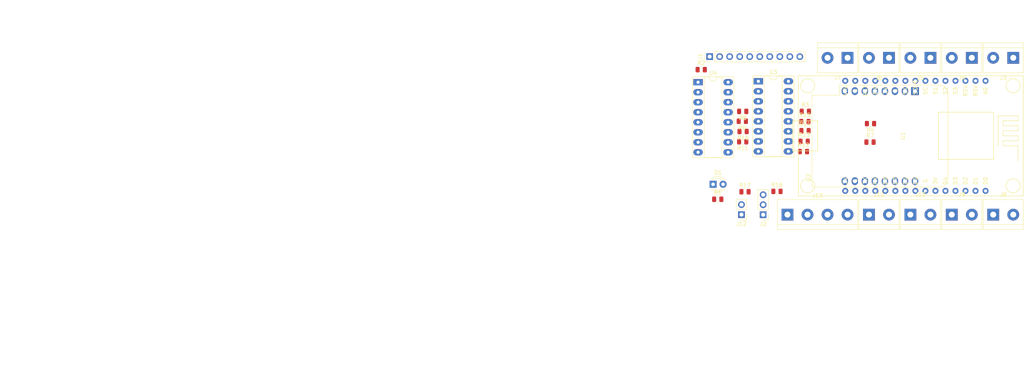
<source format=kicad_pcb>
(kicad_pcb (version 20211014) (generator pcbnew)
  (title_block (title "Light Remote Controller") (rev "v0.1") (company "by Luís Pereira"))
  (layers (0 "F.Cu" signal) (31 "B.Cu" signal) (34 "B.Paste" user) (35 "F.Paste" user) (36 "B.SilkS" user "B.Silkscreen") (37 "F.SilkS" user "F.Silkscreen") (38 "B.Mask" user) (39 "F.Mask" user) (44 "Edge.Cuts" user))
  (net 0 "")
  (net 1 "/BTN_0")
  (net 2 "GND")
  (net 3 "/BTN_1")
  (net 4 "/BTN_2")
  (net 5 "/BTN_3")
  (net 6 "/BTN_4")
  (net 7 "/BTN_5")
  (net 8 "/BTN_6")
  (net 9 "/BTN_7")
  (net 10 "/POWER_SAVING")
  (net 11 "/+3V3")
  (net 12 "Net-(R2-Pad1)")
  (net 13 "/I2C_SCL")
  (net 14 "/I2C_SDA")
  (net 15 "/BTN_INT")
  (net 16 "Net-(D1-Pad2)")
  (net 17 "/OUT_0")
  (net 18 "/OUT_1")
  (net 19 "/OUT_2")
  (net 20 "/OUT_3")
  (net 21 "/OUT_4")
  (net 22 "/OUT_5")
  (net 23 "/OUT_6")
  (net 24 "/OUT_7")
  (net 56 "/BTN_WIFI")
  (footprint "Connector_PinHeader_2.54mm:PinHeader_1x03_P2.54mm_Vertical" (layer "F.Cu") (at 193.4 83.74 180)
    (fp_text reference "J2" (at 0 -2.33) (layer "F.SilkS"))
    (fp_text value "Conn_01x03_Female" hide)
    (fp_line (start -1.33 1.27) (end -1.33 6.41) (layer "F.SilkS") (width 0.12))
    (fp_line (start -1.33 6.41) (end 1.33 6.41) (layer "F.SilkS") (width 0.12))
    (fp_line (start -1.33 1.27) (end 1.33 1.27) (layer "F.SilkS") (width 0.12))
    (fp_line (start -1.33 0) (end -1.33 -1.33) (layer "F.SilkS") (width 0.12))
    (fp_line (start -1.33 -1.33) (end 0 -1.33) (layer "F.SilkS") (width 0.12))
    (fp_line (start 1.33 1.27) (end 1.33 6.41) (layer "F.SilkS") (width 0.12))
    (pad "1" thru_hole rect (at 0 0 180) (size 1.7 1.7) (drill 1) (layers *.Cu *.Mask))
    (pad "2" thru_hole oval (at 0 2.54 180) (size 1.7 1.7) (drill 1) (layers *.Cu *.Mask) (net 10 "/POWER_SAVING"))
    (pad "3" thru_hole oval (at 0 5.08 180) (size 1.7 1.7) (drill 1) (layers *.Cu *.Mask) (net 2 "GND"))
  )
  (footprint "Resistor_SMD:R_0805_2012Metric" (layer "F.Cu") (at 188.1125 60 180)
    (fp_text reference "R9" (at 0 -1.65) (layer "F.SilkS"))
    (fp_text value "100K")
    (fp_line (start -0.227064 0.735) (end 0.227064 0.735) (layer "F.SilkS") (width 0.12))
    (fp_line (start -0.227064 -0.735) (end 0.227064 -0.735) (layer "F.SilkS") (width 0.12))
    (pad "1" smd roundrect (at -0.9125 0 180) (size 1.025 1.4) (layers "F.Cu" "F.Paste" "F.Mask") (roundrect_rratio 0.243902) (net 3 "/BTN_1"))
    (pad "2" smd roundrect (at 0.9125 0 180) (size 1.025 1.4) (layers "F.Cu" "F.Paste" "F.Mask") (roundrect_rratio 0.243902) (net 11 "/+3V3"))
  )
  (footprint "TerminalBlock:TerminalBlock_bornier-2_P5.08mm" (layer "F.Cu") (at 256.8 43.9 180)
    (fp_text reference "J3" (at 2.54 -5.08) (layer "F.SilkS"))
    (fp_text value "Screw_Terminal_01x02" hide)
    (fp_line (start -2.54 3.81) (end 7.62 3.81) (layer "F.SilkS") (width 0.12))
    (fp_line (start 7.62 2.54) (end -2.54 2.54) (layer "F.SilkS") (width 0.12))
    (fp_line (start 7.62 3.81) (end 7.62 -3.81) (layer "F.SilkS") (width 0.12))
    (fp_line (start -2.54 -3.81) (end -2.54 3.81) (layer "F.SilkS") (width 0.12))
    (fp_line (start 7.62 -3.81) (end -2.54 -3.81) (layer "F.SilkS") (width 0.12))
    (pad "1" thru_hole rect (at 0 0 180) (size 3 3) (drill 1.52) (layers *.Cu *.Mask) (net 1 "/BTN_0"))
    (pad "2" thru_hole circle (at 5.08 0 180) (size 3 3) (drill 1.52) (layers *.Cu *.Mask) (net 2 "GND"))
  )
  (footprint "Module:WEMOS_D1_mini_light" (layer "F.Cu") (at 231.89 52.355 -90)
    (fp_text reference "U2" (at 22 27 90) (layer "F.SilkS"))
    (fp_text value "WeMos_D1_mini")
    (fp_line (start 22.24 -8.34) (end 0.63 -8.34) (layer "F.SilkS") (width 0.12))
    (fp_line (start 1.04 19.22) (end 1.04 26.12) (layer "F.SilkS") (width 0.12))
    (fp_line (start -1.5 19.22) (end 1.04 19.22) (layer "F.SilkS") (width 0.12))
    (fp_line (start 1.04 26.12) (end 24.36 26.12) (layer "F.SilkS") (width 0.12))
    (fp_line (start -1.5 19.22) (end -1.5 -6.21) (layer "F.SilkS") (width 0.12))
    (fp_line (start 24.36 26.12) (end 24.36 -6.21) (layer "F.SilkS") (width 0.12))
    (fp_arc (start -1.5 -6.21) (mid -0.876137 -7.716137) (end 0.63 -8.34) (layer "F.SilkS") (width 0.12))
    (fp_arc (start 22.23 -8.34) (mid 23.736137 -7.716137) (end 24.36 -6.21) (layer "F.SilkS") (width 0.12))
    (fp_poly (pts (xy -2.54 -0.635) (xy -2.54 0.635) (xy -1.905 0)) (layer "F.SilkS") (width 0.15) (fill solid))
    (pad "1" thru_hole rect (at 0 0 270) (size 2 2) (drill 1) (layers *.Cu *.Mask))
    (pad "2" thru_hole oval (at 0 2.54 270) (size 2 1.6) (drill 1) (layers *.Cu *.Mask))
    (pad "3" thru_hole oval (at 0 5.08 270) (size 2 1.6) (drill 1) (layers *.Cu *.Mask))
    (pad "4" thru_hole oval (at 0 7.62 270) (size 2 1.6) (drill 1) (layers *.Cu *.Mask) (net 15 "/BTN_INT"))
    (pad "5" thru_hole oval (at 0 10.16 270) (size 2 1.6) (drill 1) (layers *.Cu *.Mask) (net 56 "/BTN_WIFI"))
    (pad "6" thru_hole oval (at 0 12.7 270) (size 2 1.6) (drill 1) (layers *.Cu *.Mask) (net 10 "/POWER_SAVING"))
    (pad "7" thru_hole oval (at 0 15.24 270) (size 2 1.6) (drill 1) (layers *.Cu *.Mask))
    (pad "8" thru_hole oval (at 0 17.78 270) (size 2 1.6) (drill 1) (layers *.Cu *.Mask) (net 11 "/+3V3"))
    (pad "9" thru_hole oval (at 22.86 17.78 270) (size 2 1.6) (drill 1) (layers *.Cu *.Mask))
    (pad "10" thru_hole oval (at 22.86 15.24 270) (size 2 1.6) (drill 1) (layers *.Cu *.Mask) (net 2 "GND"))
    (pad "11" thru_hole oval (at 22.86 12.7 270) (size 2 1.6) (drill 1) (layers *.Cu *.Mask))
    (pad "12" thru_hole oval (at 22.86 10.16 270) (size 2 1.6) (drill 1) (layers *.Cu *.Mask))
    (pad "13" thru_hole oval (at 22.86 7.62 270) (size 2 1.6) (drill 1) (layers *.Cu *.Mask) (net 14 "/I2C_SDA"))
    (pad "14" thru_hole oval (at 22.86 5.08 270) (size 2 1.6) (drill 1) (layers *.Cu *.Mask) (net 13 "/I2C_SCL"))
    (pad "15" thru_hole oval (at 22.86 2.54 270) (size 2 1.6) (drill 1) (layers *.Cu *.Mask))
    (pad "16" thru_hole oval (at 22.86 0 270) (size 2 1.6) (drill 1) (layers *.Cu *.Mask))
  )
  (footprint "Resistor_SMD:R_0805_2012Metric" (layer "F.Cu") (at 204.0125 62.4)
    (fp_text reference "R14" (at 0 -1.65) (layer "F.SilkS"))
    (fp_text value "100K")
    (fp_line (start -0.227064 0.735) (end 0.227064 0.735) (layer "F.SilkS") (width 0.12))
    (fp_line (start -0.227064 -0.735) (end 0.227064 -0.735) (layer "F.SilkS") (width 0.12))
    (pad "1" smd roundrect (at -0.9125 0) (size 1.025 1.4) (layers "F.Cu" "F.Paste" "F.Mask") (roundrect_rratio 0.243902) (net 8 "/BTN_6"))
    (pad "2" smd roundrect (at 0.9125 0) (size 1.025 1.4) (layers "F.Cu" "F.Paste" "F.Mask") (roundrect_rratio 0.243902) (net 11 "/+3V3"))
  )
  (footprint "Resistor_SMD:R_0805_2012Metric" (layer "F.Cu") (at 220.4875 65.3)
    (fp_text reference "R7" (at 0 -1.65) (layer "F.SilkS"))
    (fp_text value "10K")
    (fp_line (start -0.227064 -0.735) (end 0.227064 -0.735) (layer "F.SilkS") (width 0.12))
    (fp_line (start -0.227064 0.735) (end 0.227064 0.735) (layer "F.SilkS") (width 0.12))
    (pad "1" smd roundrect (at -0.9125 0) (size 1.025 1.4) (layers "F.Cu" "F.Paste" "F.Mask") (roundrect_rratio 0.243902) (net 14 "/I2C_SDA"))
    (pad "2" smd roundrect (at 0.9125 0) (size 1.025 1.4) (layers "F.Cu" "F.Paste" "F.Mask") (roundrect_rratio 0.243902) (net 11 "/+3V3"))
  )
  (footprint "Resistor_SMD:R_0805_2012Metric" (layer "F.Cu") (at 203.9875 60.1)
    (fp_text reference "R15" (at 0 -1.65) (layer "F.SilkS"))
    (fp_text value "100K")
    (fp_line (start -0.227064 0.735) (end 0.227064 0.735) (layer "F.SilkS") (width 0.12))
    (fp_line (start -0.227064 -0.735) (end 0.227064 -0.735) (layer "F.SilkS") (width 0.12))
    (pad "1" smd roundrect (at -0.9125 0) (size 1.025 1.4) (layers "F.Cu" "F.Paste" "F.Mask") (roundrect_rratio 0.243902) (net 9 "/BTN_7"))
    (pad "2" smd roundrect (at 0.9125 0) (size 1.025 1.4) (layers "F.Cu" "F.Paste" "F.Mask") (roundrect_rratio 0.243902) (net 11 "/+3V3"))
  )
  (footprint "LED_THT:LED_D3.0mm" (layer "F.Cu") (at 180.7 76)
    (fp_text reference "D1" (at 1.27 -2.96) (layer "F.SilkS"))
    (fp_text value "LED" hide)
    (fp_line (start -0.29 -1.236) (end -0.29 -1.08) (layer "F.SilkS") (width 0.12))
    (fp_line (start -0.29 1.08) (end -0.29 1.236) (layer "F.SilkS") (width 0.12))
    (fp_arc (start 2.31113 1.079837) (mid 1.270117 1.5) (end 0.229039 1.08) (layer "F.SilkS") (width 0.12))
    (fp_arc (start -0.29 -1.235516) (mid 1.366487 -1.987659) (end 2.942335 -1.078608) (layer "F.SilkS") (width 0.12))
    (fp_arc (start 0.229039 -1.08) (mid 1.270117 -1.5) (end 2.31113 -1.079837) (layer "F.SilkS") (width 0.12))
    (fp_arc (start 2.942335 1.078608) (mid 1.366487 1.987659) (end -0.29 1.235516) (layer "F.SilkS") (width 0.12))
    (pad "1" thru_hole rect (at 0 0) (size 1.8 1.8) (drill 0.9) (layers *.Cu *.Mask) (net 2 "GND"))
    (pad "2" thru_hole circle (at 2.54 0) (size 1.8 1.8) (drill 0.9) (layers *.Cu *.Mask) (net 16 "Net-(D1-Pad2)"))
  )
  (footprint "TerminalBlock:TerminalBlock_bornier-2_P5.08mm" (layer "F.Cu") (at 214.8 43.9 180)
    (fp_text reference "J7" (at 2.54 -5.08) (layer "F.SilkS"))
    (fp_text value "Screw_Terminal_01x02" hide)
    (fp_line (start 7.62 3.81) (end 7.62 -3.81) (layer "F.SilkS") (width 0.12))
    (fp_line (start -2.54 3.81) (end 7.62 3.81) (layer "F.SilkS") (width 0.12))
    (fp_line (start -2.54 -3.81) (end -2.54 3.81) (layer "F.SilkS") (width 0.12))
    (fp_line (start 7.62 -3.81) (end -2.54 -3.81) (layer "F.SilkS") (width 0.12))
    (fp_line (start 7.62 2.54) (end -2.54 2.54) (layer "F.SilkS") (width 0.12))
    (pad "1" thru_hole rect (at 0 0 180) (size 3 3) (drill 1.52) (layers *.Cu *.Mask) (net 6 "/BTN_4"))
    (pad "2" thru_hole circle (at 5.08 0 180) (size 3 3) (drill 1.52) (layers *.Cu *.Mask) (net 2 "GND"))
  )
  (footprint "Resistor_SMD:R_0805_2012Metric" (layer "F.Cu") (at 181.8875 79.8)
    (fp_text reference "R1" (at 0 -1.65) (layer "F.SilkS"))
    (fp_text value "10K")
    (fp_line (start -0.227064 0.735) (end 0.227064 0.735) (layer "F.SilkS") (width 0.12))
    (fp_line (start -0.227064 -0.735) (end 0.227064 -0.735) (layer "F.SilkS") (width 0.12))
    (pad "1" smd roundrect (at -0.9125 0) (size 1.025 1.4) (layers "F.Cu" "F.Paste" "F.Mask") (roundrect_rratio 0.243902) (net 11 "/+3V3"))
    (pad "2" smd roundrect (at 0.9125 0) (size 1.025 1.4) (layers "F.Cu" "F.Paste" "F.Mask") (roundrect_rratio 0.243902) (net 16 "Net-(D1-Pad2)"))
  )
  (footprint "Package_DIP:DIP-16_W7.62mm_Socket_LongPads" (layer "F.Cu") (at 176.9 50.1)
    (fp_text reference "U4" (at 3.81 -2.33) (layer "F.SilkS"))
    (fp_text value "PCF8574")
    (fp_line (start -1.44 -1.39) (end -1.44 19.17) (layer "F.SilkS") (width 0.12))
    (fp_line (start -1.44 19.17) (end 9.06 19.17) (layer "F.SilkS") (width 0.12))
    (fp_line (start 1.56 19.11) (end 6.06 19.11) (layer "F.SilkS") (width 0.12))
    (fp_line (start 1.56 -1.33) (end 1.56 19.11) (layer "F.SilkS") (width 0.12))
    (fp_line (start 6.06 -1.33) (end 4.81 -1.33) (layer "F.SilkS") (width 0.12))
    (fp_line (start 2.81 -1.33) (end 1.56 -1.33) (layer "F.SilkS") (width 0.12))
    (fp_line (start 9.06 -1.39) (end -1.44 -1.39) (layer "F.SilkS") (width 0.12))
    (fp_line (start 6.06 19.11) (end 6.06 -1.33) (layer "F.SilkS") (width 0.12))
    (fp_line (start 9.06 19.17) (end 9.06 -1.39) (layer "F.SilkS") (width 0.12))
    (fp_arc (start 4.81 -1.33) (mid 3.81 -0.33) (end 2.81 -1.33) (layer "F.SilkS") (width 0.12))
    (pad "1" thru_hole rect (at 0 0) (size 2.4 1.6) (drill 0.8) (layers *.Cu *.Mask) (net 12 "Net-(R2-Pad1)"))
    (pad "2" thru_hole oval (at 0 2.54) (size 2.4 1.6) (drill 0.8) (layers *.Cu *.Mask) (net 2 "GND"))
    (pad "3" thru_hole oval (at 0 5.08) (size 2.4 1.6) (drill 0.8) (layers *.Cu *.Mask) (net 2 "GND"))
    (pad "4" thru_hole oval (at 0 7.62) (size 2.4 1.6) (drill 0.8) (layers *.Cu *.Mask) (net 17 "/OUT_0"))
    (pad "5" thru_hole oval (at 0 10.16) (size 2.4 1.6) (drill 0.8) (layers *.Cu *.Mask) (net 18 "/OUT_1"))
    (pad "6" thru_hole oval (at 0 12.7) (size 2.4 1.6) (drill 0.8) (layers *.Cu *.Mask) (net 19 "/OUT_2"))
    (pad "7" thru_hole oval (at 0 15.24) (size 2.4 1.6) (drill 0.8) (layers *.Cu *.Mask) (net 20 "/OUT_3"))
    (pad "8" thru_hole oval (at 0 17.78) (size 2.4 1.6) (drill 0.8) (layers *.Cu *.Mask) (net 2 "GND"))
    (pad "9" thru_hole oval (at 7.62 17.78) (size 2.4 1.6) (drill 0.8) (layers *.Cu *.Mask) (net 21 "/OUT_4"))
    (pad "10" thru_hole oval (at 7.62 15.24) (size 2.4 1.6) (drill 0.8) (layers *.Cu *.Mask) (net 22 "/OUT_5"))
    (pad "11" thru_hole oval (at 7.62 12.7) (size 2.4 1.6) (drill 0.8) (layers *.Cu *.Mask) (net 23 "/OUT_6"))
    (pad "12" thru_hole oval (at 7.62 10.16) (size 2.4 1.6) (drill 0.8) (layers *.Cu *.Mask) (net 24 "/OUT_7"))
    (pad "13" thru_hole oval (at 7.62 7.62) (size 2.4 1.6) (drill 0.8) (layers *.Cu *.Mask))
    (pad "14" thru_hole oval (at 7.62 5.08) (size 2.4 1.6) (drill 0.8) (layers *.Cu *.Mask) (net 13 "/I2C_SCL"))
    (pad "15" thru_hole oval (at 7.62 2.54) (size 2.4 1.6) (drill 0.8) (layers *.Cu *.Mask) (net 14 "/I2C_SDA"))
    (pad "16" thru_hole oval (at 7.62 0) (size 2.4 1.6) (drill 0.8) (layers *.Cu *.Mask) (net 11 "/+3V3"))
  )
  (footprint "TerminalBlock:TerminalBlock_bornier-2_P5.08mm" (layer "F.Cu") (at 241.22 83.7)
    (fp_text reference "J9" (at 2.54 -5.08) (layer "F.SilkS"))
    (fp_text value "Screw_Terminal_01x02" hide)
    (fp_line (start 7.62 -3.81) (end -2.54 -3.81) (layer "F.SilkS") (width 0.12))
    (fp_line (start 7.62 3.81) (end 7.62 -3.81) (layer "F.SilkS") (width 0.12))
    (fp_line (start -2.54 3.81) (end 7.62 3.81) (layer "F.SilkS") (width 0.12))
    (fp_line (start -2.54 -3.81) (end -2.54 3.81) (layer "F.SilkS") (width 0.12))
    (fp_line (start 7.62 2.54) (end -2.54 2.54) (layer "F.SilkS") (width 0.12))
    (pad "1" thru_hole rect (at 0 0) (size 3 3) (drill 1.52) (layers *.Cu *.Mask) (net 8 "/BTN_6"))
    (pad "2" thru_hole circle (at 5.08 0) (size 3 3) (drill 1.52) (layers *.Cu *.Mask) (net 2 "GND"))
  )
  (footprint "Resistor_SMD:R_0805_2012Metric" (layer "F.Cu") (at 188.2125 57.5 180)
    (fp_text reference "R8" (at 0 -1.65) (layer "F.SilkS"))
    (fp_text value "100K")
    (fp_line (start -0.227064 -0.735) (end 0.227064 -0.735) (layer "F.SilkS") (width 0.12))
    (fp_line (start -0.227064 0.735) (end 0.227064 0.735) (layer "F.SilkS") (width 0.12))
    (pad "1" smd roundrect (at -0.9125 0 180) (size 1.025 1.4) (layers "F.Cu" "F.Paste" "F.Mask") (roundrect_rratio 0.243902) (net 1 "/BTN_0"))
    (pad "2" smd roundrect (at 0.9125 0 180) (size 1.025 1.4) (layers "F.Cu" "F.Paste" "F.Mask") (roundrect_rratio 0.243902) (net 11 "/+3V3"))
  )
  (footprint "LCP_Footprints:NodeMCU1.0_12-E" (layer "F.Cu") (at 249.775 49.73 -90)
    (fp_text reference "U1" (at 13.97 20.955 90) (layer "F.SilkS"))
    (fp_text value "NodeMCU_ESP12E")
    (fp_text user "D2" (at 25.4 5.08 90) (layer "F.SilkS"))
    (fp_text user "S1" (at 2.54 12.7 90) (layer "F.SilkS"))
    (fp_text user "3V" (at 25.4 35.56 90) (layer "F.SilkS"))
    (fp_text user "D0" (at 25.4 0 90) (layer "F.SilkS"))
    (fp_text user "3V" (at 25.4 12.7 90) (layer "F.SilkS"))
    (fp_text user "G" (at 2.54 22.86 90) (layer "F.SilkS"))
    (fp_text user "S3" (at 2.54 7.62 90) (layer "F.SilkS"))
    (fp_text user "D1" (at 25.4 2.54 90) (layer "F.SilkS"))
    (fp_text user "RSV" (at 2.54 5.08 90) (layer "F.SilkS"))
    (fp_text user "G" (at 25.4 33.02 90) (layer "F.SilkS"))
    (fp_text user "D4" (at 25.4 10.16 90) (layer "F.SilkS"))
    (fp_text user "G" (at 25.4 15.24 90) (layer "F.SilkS"))
    (fp_text user "D8" (at 25.4 25.4 90) (layer "F.SilkS"))
    (fp_text user "RX" (at 25.4 27.94 90) (layer "F.SilkS"))
    (fp_text user "SC" (at 2.54 15.24 90) (layer "F.SilkS"))
    (fp_text user "D6" (at 25.4 20.32 90) (layer "F.SilkS"))
    (fp_text user "EN" (at 2.54 27.94 90) (layer "F.SilkS"))
    (fp_text user "RSV" (at 2.54 2.54 90) (layer "F.SilkS"))
    (fp_text user "G" (at 2.54 33.02 90) (layer "F.SilkS"))
    (fp_text user "TX" (at 25.4 30.48 90) (layer "F.SilkS"))
    (fp_text user "D7" (at 25.4 22.86 90) (layer "F.SilkS"))
    (fp_text user "A0" (at 2.54 0 90) (layer "F.SilkS"))
    (fp_text user "VIN" (at 2.54 35.56 90) (layer "F.SilkS"))
    (fp_text user "SK" (at 2.54 20.32 90) (layer "F.SilkS"))
    (fp_text user "S2" (at 2.54 10.16 90) (layer "F.SilkS"))
    (fp_text user "RST" (at 2.54 30.48 90) (layer "F.SilkS"))
    (fp_text user "D5" (at 25.4 17.78 90) (layer "F.SilkS"))
    (fp_text user "3V" (at 2.54 25.4 90) (layer "F.SilkS"))
    (fp_text user "SO" (at 2.54 17.78 90) (layer "F.SilkS"))
    (fp_text user "D3" (at 25.4 7.62 90) (layer "F.SilkS"))
    (fp_line (start 11.43 -4.445) (end 11.43 -8.255) (layer "F.SilkS") (width 0.15))
    (fp_line (start 7.97 -2.045) (end 19.97 -2.045) (layer "F.SilkS") (width 0.15))
    (fp_line (start 10.16 42.545) (end 10.16 48.895) (layer "F.SilkS") (width 0.15))
    (fp_line (start 8.89 -8.255) (end 10.16 -8.255) (layer "F.SilkS") (width 0.15))
    (fp_line (start 8.89 -3.175) (end 8.89 -8.255) (layer "F.SilkS") (width 0.15))
    (fp_line (start 13.97 -4.445) (end 13.97 -8.255) (layer "F.SilkS") (width 0.15))
    (fp_line (start 17.78 42.545) (end 10.16 42.545) (layer "F.SilkS") (width 0.15))
    (fp_line (start 16.51 -8.255) (end 20.32 -8.255) (layer "F.SilkS") (width 0.15))
    (fp_line (start 16.51 -3.175) (end 8.89 -3.175) (layer "F.SilkS") (width 0.15))
    (fp_line (start 7.97 11.955) (end 7.97 -2.045) (layer "F.SilkS") (width 0.15))
    (fp_line (start 17.78 48.895) (end 17.78 42.545) (layer "F.SilkS") (width 0.15))
    (fp_line (start 15.24 -8.255) (end 15.24 -4.445) (layer "F.SilkS") (width 0.15))
    (fp_line (start 19.97 11.955) (end 7.97 11.955) (layer "F.SilkS") (width 0.15))
    (fp_line (start 10.16 48.895) (end 17.78 48.895) (layer "F.SilkS") (width 0.15))
    (fp_line (start -0.78 -9.545) (end -1.28 -9.545) (layer "F.SilkS") (width 0.15))
    (fp_line (start 12.7 -4.445) (end 13.97 -4.445) (layer "F.SilkS") (width 0.15))
    (fp_line (start -1.28 47.455) (end 29.22 47.455) (layer "F.SilkS") (width 0.15))
    (fp_line (start -1.28 -9.545) (end -1.28 47.455) (layer "F.SilkS") (width 0.15))
    (fp_line (start 16.51 -4.445) (end 16.51 -8.255) (layer "F.SilkS") (width 0.15))
    (fp_line (start 10.16 -8.255) (end 10.16 -4.445) (layer "F.SilkS") (width 0.15))
    (fp_line (start 29.22 -9.545) (end -0.78 -9.545) (layer "F.SilkS") (width 0.15))
    (fp_line (start 10.16 -4.445) (end 11.43 -4.445) (layer "F.SilkS") (width 0.15))
    (fp_line (start 29.22 47.455) (end 29.22 -9.545) (layer "F.SilkS") (width 0.15))
    (fp_line (start 15.24 -4.445) (end 16.51 -4.445) (layer "F.SilkS") (width 0.15))
    (fp_line (start 12.7 -8.255) (end 12.7 -4.445) (layer "F.SilkS") (width 0.15))
    (fp_line (start 13.97 -8.255) (end 15.24 -8.255) (layer "F.SilkS") (width 0.15))
    (fp_line (start 11.43 -8.255) (end 12.7 -8.255) (layer "F.SilkS") (width 0.15))
    (fp_line (start 19.97 -2.045) (end 19.97 11.955) (layer "F.SilkS") (width 0.15))
    (fp_circle (center 1.27 -6.985) (end 2.54 -8.255) (layer "F.SilkS") (width 0.15) (fill none))
    (fp_circle (center 1.27 45.085) (end 2.54 43.815) (layer "F.SilkS") (width 0.15) (fill none))
    (fp_circle (center 26.67 -6.985) (end 27.94 -8.255) (layer "F.SilkS") (width 0.15) (fill none))
    (fp_circle (center 26.67 45.085) (end 27.94 43.815) (layer "F.SilkS") (width 0.15) (fill none))
    (pad "1" thru_hole circle locked (at 0 0 270) (size 1.524 1.524) (drill 0.762) (layers *.Cu *.Mask))
    (pad "2" thru_hole circle locked (at 0 2.54 270) (size 1.524 1.524) (drill 0.762) (layers *.Cu *.Mask))
    (pad "3" thru_hole circle locked (at 0 5.08 270) (size 1.524 1.524) (drill 0.762) (layers *.Cu *.Mask))
    (pad "4" thru_hole circle locked (at 0 7.62 270) (size 1.524 1.524) (drill 0.762) (layers *.Cu *.Mask))
    (pad "5" thru_hole circle locked (at 0 10.16 270) (size 1.524 1.524) (drill 0.762) (layers *.Cu *.Mask))
    (pad "6" thru_hole circle locked (at 0 12.7 270) (size 1.524 1.524) (drill 0.762) (layers *.Cu *.Mask))
    (pad "7" thru_hole circle locked (at 0 15.24 270) (size 1.524 1.524) (drill 0.762) (layers *.Cu *.Mask))
    (pad "8" thru_hole circle locked (at 0 17.78 270) (size 1.524 1.524) (drill 0.762) (layers *.Cu *.Mask))
    (pad "9" thru_hole circle locked (at 0 20.32 270) (size 1.524 1.524) (drill 0.762) (layers *.Cu *.Mask))
    (pad "10" thru_hole circle locked (at 0 22.86 270) (size 1.524 1.524) (drill 0.762) (layers *.Cu *.Mask) (net 2 "GND"))
    (pad "11" thru_hole circle locked (at 0 25.4 270) (size 1.524 1.524) (drill 0.762) (layers *.Cu *.Mask) (net 11 "/+3V3"))
    (pad "12" thru_hole circle locked (at 0 27.94 270) (size 1.524 1.524) (drill 0.762) (layers *.Cu *.Mask))
    (pad "13" thru_hole circle locked (at 0 30.48 270) (size 1.524 1.524) (drill 0.762) (layers *.Cu *.Mask))
    (pad "14" thru_hole circle locked (at 0 33.02 270) (size 1.524 1.524) (drill 0.762) (layers *.Cu *.Mask) (net 2 "GND"))
    (pad "15" thru_hole circle locked (at 0 35.56 270) (size 1.524 1.524) (drill 0.762) (layers *.Cu *.Mask))
    (pad "16" thru_hole circle locked (at 27.94 35.56 270) (size 1.524 1.524) (drill 0.762) (layers *.Cu *.Mask))
    (pad "17" thru_hole circle locked (at 27.94 33.02 270) (size 1.524 1.524) (drill 0.762) (layers *.Cu *.Mask) (net 2 "GND"))
    (pad "18" thru_hole circle locked (at 27.94 30.48 270) (size 1.524 1.524) (drill 0.762) (layers *.Cu *.Mask))
    (pad "19" thru_hole circle locked (at 27.94 27.94 270) (size 1.524 1.524) (drill 0.762) (layers *.Cu *.Mask))
    (pad "20" thru_hole circle locked (at 27.94 25.4 270) (size 1.524 1.524) (drill 0.762) (layers *.Cu *.Mask))
    (pad "21" thru_hole circle locked (at 27.94 22.86 270) (size 1.524 1.524) (drill 0.762) (layers *.Cu *.Mask) (net 10 "/POWER_SAVING"))
    (pad "22" thru_hole circle locked (at 27.94 20.32 270) (size 1.524 1.524) (drill 0.762) (layers *.Cu *.Mask) (net 56 "/BTN_WIFI"))
    (pad "23" thru_hole circle locked (at 27.94 17.78 270) (size 1.524 1.524) (drill 0.762) (layers *.Cu *.Mask) (net 15 "/BTN_INT"))
    (pad "24" thru_hole circle locked (at 27.94 15.24 270) (size 1.524 1.524) (drill 0.762) (layers *.Cu *.Mask) (net 2 "GND"))
    (pad "25" thru_hole circle locked (at 27.94 12.7 270) (size 1.524 1.524) (drill 0.762) (layers *.Cu *.Mask))
    (pad "26" thru_hole circle locked (at 27.94 10.16 270) (size 1.524 1.524) (drill 0.762) (layers *.Cu *.Mask))
    (pad "27" thru_hole circle locked (at 27.94 7.62 270) (size 1.524 1.524) (drill 0.762) (layers *.Cu *.Mask))
    (pad "28" thru_hole circle locked (at 27.94 5.08 270) (size 1.524 1.524) (drill 0.762) (layers *.Cu *.Mask) (net 14 "/I2C_SDA"))
    (pad "29" thru_hole circle locked (at 27.94 2.54 270) (size 1.524 1.524) (drill 0.762) (layers *.Cu *.Mask) (net 13 "/I2C_SCL"))
    (pad "30" thru_hole circle locked (at 27.94 0 270) (size 1.524 1.524) (drill 0.762) (layers *.Cu *.Mask))
  )
  (footprint "Resistor_SMD:R_0805_2012Metric" (layer "F.Cu") (at 196.9 77.8)
    (fp_text reference "R16" (at 0 -1.65) (layer "F.SilkS"))
    (fp_text value "10K")
    (fp_line (start -0.227064 0.735) (end 0.227064 0.735) (layer "F.SilkS") (width 0.12))
    (fp_line (start -0.227064 -0.735) (end 0.227064 -0.735) (layer "F.SilkS") (width 0.12))
    (pad "1" smd roundrect (at -0.9125 0) (size 1.025 1.4) (layers "F.Cu" "F.Paste" "F.Mask") (roundrect_rratio 0.243902) (net 10 "/POWER_SAVING"))
    (pad "2" smd roundrect (at 0.9125 0) (size 1.025 1.4) (layers "F.Cu" "F.Paste" "F.Mask") (roundrect_rratio 0.243902) (net 11 "/+3V3"))
  )
  (footprint "Resistor_SMD:R_0805_2012Metric" (layer "F.Cu") (at 203.7875 65.1)
    (fp_text reference "R13" (at 0 -1.65) (layer "F.SilkS"))
    (fp_text value "100K")
    (fp_line (start -0.227064 -0.735) (end 0.227064 -0.735) (layer "F.SilkS") (width 0.12))
    (fp_line (start -0.227064 0.735) (end 0.227064 0.735) (layer "F.SilkS") (width 0.12))
    (pad "1" smd roundrect (at -0.9125 0) (size 1.025 1.4) (layers "F.Cu" "F.Paste" "F.Mask") (roundrect_rratio 0.243902) (net 7 "/BTN_5"))
    (pad "2" smd roundrect (at 0.9125 0) (size 1.025 1.4) (layers "F.Cu" "F.Paste" "F.Mask") (roundrect_rratio 0.243902) (net 11 "/+3V3"))
  )
  (footprint "TerminalBlock:TerminalBlock_bornier-2_P5.08mm" (layer "F.Cu") (at 225.3 43.9 180)
    (fp_text reference "J6" (at 2.54 -5.08) (layer "F.SilkS"))
    (fp_text value "Screw_Terminal_01x02" hide)
    (fp_line (start 7.62 3.81) (end 7.62 -3.81) (layer "F.SilkS") (width 0.12))
    (fp_line (start 7.62 -3.81) (end -2.54 -3.81) (layer "F.SilkS") (width 0.12))
    (fp_line (start -2.54 3.81) (end 7.62 3.81) (layer "F.SilkS") (width 0.12))
    (fp_line (start 7.62 2.54) (end -2.54 2.54) (layer "F.SilkS") (width 0.12))
    (fp_line (start -2.54 -3.81) (end -2.54 3.81) (layer "F.SilkS") (width 0.12))
    (pad "1" thru_hole rect (at 0 0 180) (size 3 3) (drill 1.52) (layers *.Cu *.Mask) (net 5 "/BTN_3"))
    (pad "2" thru_hole circle (at 5.08 0 180) (size 3 3) (drill 1.52) (layers *.Cu *.Mask) (net 2 "GND"))
  )
  (footprint "Resistor_SMD:R_0805_2012Metric" (layer "F.Cu") (at 220.6125 60.6 180)
    (fp_text reference "R4" (at 0 -1.65) (layer "F.SilkS"))
    (fp_text value "10K")
    (fp_line (start -0.227064 -0.735) (end 0.227064 -0.735) (layer "F.SilkS") (width 0.12))
    (fp_line (start -0.227064 0.735) (end 0.227064 0.735) (layer "F.SilkS") (width 0.12))
    (pad "1" smd roundrect (at -0.9125 0 180) (size 1.025 1.4) (layers "F.Cu" "F.Paste" "F.Mask") (roundrect_rratio 0.243902) (net 13 "/I2C_SCL"))
    (pad "2" smd roundrect (at 0.9125 0 180) (size 1.025 1.4) (layers "F.Cu" "F.Paste" "F.Mask") (roundrect_rratio 0.243902) (net 11 "/+3V3"))
  )
  (footprint "TerminalBlock:TerminalBlock_bornier-2_P5.08mm" (layer "F.Cu") (at 220.22 83.7)
    (fp_text reference "J11" (at 2.54 -5.08) (layer "F.SilkS"))
    (fp_text value "Screw_Terminal_01x02" hide)
    (fp_line (start -2.54 -3.81) (end -2.54 3.81) (layer "F.SilkS") (width 0.12))
    (fp_line (start 7.62 2.54) (end -2.54 2.54) (layer "F.SilkS") (width 0.12))
    (fp_line (start 7.62 3.81) (end 7.62 -3.81) (layer "F.SilkS") (width 0.12))
    (fp_line (start 7.62 -3.81) (end -2.54 -3.81) (layer "F.SilkS") (width 0.12))
    (fp_line (start -2.54 3.81) (end 7.62 3.81) (layer "F.SilkS") (width 0.12))
    (pad "1" thru_hole rect (at 0 0) (size 3 3) (drill 1.52) (layers *.Cu *.Mask) (net 10 "/POWER_SAVING"))
    (pad "2" thru_hole circle (at 5.08 0) (size 3 3) (drill 1.52) (layers *.Cu *.Mask) (net 2 "GND"))
  )
  (footprint "TerminalBlock:TerminalBlock_bornier-2_P5.08mm" (layer "F.Cu") (at 235.8 43.9 180)
    (fp_text reference "J5" (at 2.54 -5.08) (layer "F.SilkS"))
    (fp_text value "Screw_Terminal_01x02" hide)
    (fp_line (start 7.62 -3.81) (end -2.54 -3.81) (layer "F.SilkS") (width 0.12))
    (fp_line (start 7.62 3.81) (end 7.62 -3.81) (layer "F.SilkS") (width 0.12))
    (fp_line (start -2.54 3.81) (end 7.62 3.81) (layer "F.SilkS") (width 0.12))
    (fp_line (start -2.54 -3.81) (end -2.54 3.81) (layer "F.SilkS") (width 0.12))
    (fp_line (start 7.62 2.54) (end -2.54 2.54) (layer "F.SilkS") (width 0.12))
    (pad "1" thru_hole rect (at 0 0 180) (size 3 3) (drill 1.52) (layers *.Cu *.Mask) (net 4 "/BTN_2"))
    (pad "2" thru_hole circle (at 5.08 0 180) (size 3 3) (drill 1.52) (layers *.Cu *.Mask) (net 2 "GND"))
  )
  (footprint "Connector_PinHeader_2.54mm:PinHeader_1x02_P2.54mm_Vertical" (layer "F.Cu") (at 187.9 83.7 180)
    (fp_text reference "J12" (at 0 -2.33) (layer "F.SilkS"))
    (fp_text value "Conn_01x02_Female" hide)
    (fp_line (start -1.33 0) (end -1.33 -1.33) (layer "F.SilkS") (width 0.12))
    (fp_line (start -1.33 3.87) (end 1.33 3.87) (layer "F.SilkS") (width 0.12))
    (fp_line (start 1.33 1.27) (end 1.33 3.87) (layer "F.SilkS") (width 0.12))
    (fp_line (start -1.33 1.27) (end -1.33 3.87) (layer "F.SilkS") (width 0.12))
    (fp_line (start -1.33 -1.33) (end 0 -1.33) (layer "F.SilkS") (width 0.12))
    (fp_line (start -1.33 1.27) (end 1.33 1.27) (layer "F.SilkS") (width 0.12))
    (pad "1" thru_hole rect (at 0 0 180) (size 1.7 1.7) (drill 1) (layers *.Cu *.Mask) (net 56 "/BTN_WIFI"))
    (pad "2" thru_hole oval (at 0 2.54 180) (size 1.7 1.7) (drill 1) (layers *.Cu *.Mask) (net 2 "GND"))
  )
  (footprint "Connector_PinHeader_2.54mm:PinHeader_1x10_P2.54mm_Vertical" (layer "F.Cu") (at 179.84 43.6 90)
    (fp_text reference "J1" (at 0 -2.33 90) (layer "F.SilkS"))
    (fp_text value "Conn_01x10_Female" hide)
    (fp_line (start -1.33 1.27) (end -1.33 24.19) (layer "F.SilkS") (width 0.12))
    (fp_line (start -1.33 24.19) (end 1.33 24.19) (layer "F.SilkS") (width 0.12))
    (fp_line (start 1.33 1.27) (end 1.33 24.19) (layer "F.SilkS") (width 0.12))
    (fp_line (start -1.33 1.27) (end 1.33 1.27) (layer "F.SilkS") (width 0.12))
    (fp_line (start -1.33 0) (end -1.33 -1.33) (layer "F.SilkS") (width 0.12))
    (fp_line (start -1.33 -1.33) (end 0 -1.33) (layer "F.SilkS") (width 0.12))
    (pad "1" thru_hole rect (at 0 0 90) (size 1.7 1.7) (drill 1) (layers *.Cu *.Mask) (net 11 "/+3V3"))
    (pad "2" thru_hole oval (at 0 2.54 90) (size 1.7 1.7) (drill 1) (layers *.Cu *.Mask) (net 2 "GND"))
    (pad "3" thru_hole oval (at 0 5.08 90) (size 1.7 1.7) (drill 1) (layers *.Cu *.Mask) (net 17 "/OUT_0"))
    (pad "4" thru_hole oval (at 0 7.62 90) (size 1.7 1.7) (drill 1) (layers *.Cu *.Mask) (net 18 "/OUT_1"))
    (pad "5" thru_hole oval (at 0 10.16 90) (size 1.7 1.7) (drill 1) (layers *.Cu *.Mask) (net 19 "/OUT_2"))
    (pad "6" thru_hole oval (at 0 12.7 90) (size 1.7 1.7) (drill 1) (layers *.Cu *.Mask) (net 20 "/OUT_3"))
    (pad "7" thru_hole oval (at 0 15.24 90) (size 1.7 1.7) (drill 1) (layers *.Cu *.Mask) (net 21 "/OUT_4"))
    (pad "8" thru_hole oval (at 0 17.78 90) (size 1.7 1.7) (drill 1) (layers *.Cu *.Mask) (net 22 "/OUT_5"))
    (pad "9" thru_hole oval (at 0 20.32 90) (size 1.7 1.7) (drill 1) (layers *.Cu *.Mask) (net 23 "/OUT_6"))
    (pad "10" thru_hole oval (at 0 22.86 90) (size 1.7 1.7) (drill 1) (layers *.Cu *.Mask) (net 24 "/OUT_7"))
  )
  (footprint "TerminalBlock:TerminalBlock_bornier-2_P5.08mm" (layer "F.Cu") (at 251.72 83.7)
    (fp_text reference "J8" (at 2.54 -5.08) (layer "F.SilkS"))
    (fp_text value "Screw_Terminal_01x02" hide)
    (fp_line (start 7.62 -3.81) (end -2.54 -3.81) (layer "F.SilkS") (width 0.12))
    (fp_line (start -2.54 -3.81) (end -2.54 3.81) (layer "F.SilkS") (width 0.12))
    (fp_line (start -2.54 3.81) (end 7.62 3.81) (layer "F.SilkS") (width 0.12))
    (fp_line (start 7.62 3.81) (end 7.62 -3.81) (layer "F.SilkS") (width 0.12))
    (fp_line (start 7.62 2.54) (end -2.54 2.54) (layer "F.SilkS") (width 0.12))
    (pad "1" thru_hole rect (at 0 0) (size 3 3) (drill 1.52) (layers *.Cu *.Mask) (net 7 "/BTN_5"))
    (pad "2" thru_hole circle (at 5.08 0) (size 3 3) (drill 1.52) (layers *.Cu *.Mask) (net 2 "GND"))
  )
  (footprint "TerminalBlock:TerminalBlock_bornier-2_P5.08mm" (layer "F.Cu") (at 230.72 83.7)
    (fp_text reference "J10" (at 2.54 -5.08) (layer "F.SilkS"))
    (fp_text value "Screw_Terminal_01x02" hide)
    (fp_line (start 7.62 -3.81) (end -2.54 -3.81) (layer "F.SilkS") (width 0.12))
    (fp_line (start -2.54 3.81) (end 7.62 3.81) (layer "F.SilkS") (width 0.12))
    (fp_line (start 7.62 2.54) (end -2.54 2.54) (layer "F.SilkS") (width 0.12))
    (fp_line (start 7.62 3.81) (end 7.62 -3.81) (layer "F.SilkS") (width 0.12))
    (fp_line (start -2.54 -3.81) (end -2.54 3.81) (layer "F.SilkS") (width 0.12))
    (pad "1" thru_hole rect (at 0 0) (size 3 3) (drill 1.52) (layers *.Cu *.Mask) (net 9 "/BTN_7"))
    (pad "2" thru_hole circle (at 5.08 0) (size 3 3) (drill 1.52) (layers *.Cu *.Mask) (net 2 "GND"))
  )
  (footprint "Resistor_SMD:R_0805_2012Metric" (layer "F.Cu") (at 203.6125 67.7)
    (fp_text reference "R12" (at 0 -1.65) (layer "F.SilkS"))
    (fp_text value "100K")
    (fp_line (start -0.227064 -0.735) (end 0.227064 -0.735) (layer "F.SilkS") (width 0.12))
    (fp_line (start -0.227064 0.735) (end 0.227064 0.735) (layer "F.SilkS") (width 0.12))
    (pad "1" smd roundrect (at -0.9125 0) (size 1.025 1.4) (layers "F.Cu" "F.Paste" "F.Mask") (roundrect_rratio 0.243902) (net 6 "/BTN_4"))
    (pad "2" smd roundrect (at 0.9125 0) (size 1.025 1.4) (layers "F.Cu" "F.Paste" "F.Mask") (roundrect_rratio 0.243902) (net 11 "/+3V3"))
  )
  (footprint "Resistor_SMD:R_0805_2012Metric" (layer "F.Cu") (at 177.7 46.9)
    (fp_text reference "R2" (at 0 -1.65) (layer "F.SilkS"))
    (fp_text value "10K")
    (fp_line (start -0.227064 0.735) (end 0.227064 0.735) (layer "F.SilkS") (width 0.12))
    (fp_line (start -0.227064 -0.735) (end 0.227064 -0.735) (layer "F.SilkS") (width 0.12))
    (pad "1" smd roundrect (at -0.9125 0) (size 1.025 1.4) (layers "F.Cu" "F.Paste" "F.Mask") (roundrect_rratio 0.243902) (net 12 "Net-(R2-Pad1)"))
    (pad "2" smd roundrect (at 0.9125 0) (size 1.025 1.4) (layers "F.Cu" "F.Paste" "F.Mask") (roundrect_rratio 0.243902) (net 11 "/+3V3"))
  )
  (footprint "Resistor_SMD:R_0805_2012Metric" (layer "F.Cu") (at 188.2125 65.2 180)
    (fp_text reference "R11" (at 0 -1.65) (layer "F.SilkS"))
    (fp_text value "100K")
    (fp_line (start -0.227064 0.735) (end 0.227064 0.735) (layer "F.SilkS") (width 0.12))
    (fp_line (start -0.227064 -0.735) (end 0.227064 -0.735) (layer "F.SilkS") (width 0.12))
    (pad "1" smd roundrect (at -0.9125 0 180) (size 1.025 1.4) (layers "F.Cu" "F.Paste" "F.Mask") (roundrect_rratio 0.243902) (net 5 "/BTN_3"))
    (pad "2" smd roundrect (at 0.9125 0 180) (size 1.025 1.4) (layers "F.Cu" "F.Paste" "F.Mask") (roundrect_rratio 0.243902) (net 11 "/+3V3"))
  )
  (footprint "TerminalBlock:TerminalBlock_bornier-2_P5.08mm" (layer "F.Cu") (at 246.3 43.9 180)
    (fp_text reference "J4" (at 2.54 -5.08) (layer "F.SilkS"))
    (fp_text value "Screw_Terminal_01x02" hide)
    (fp_line (start -2.54 3.81) (end 7.62 3.81) (layer "F.SilkS") (width 0.12))
    (fp_line (start -2.54 -3.81) (end -2.54 3.81) (layer "F.SilkS") (width 0.12))
    (fp_line (start 7.62 2.54) (end -2.54 2.54) (layer "F.SilkS") (width 0.12))
    (fp_line (start 7.62 3.81) (end 7.62 -3.81) (layer "F.SilkS") (width 0.12))
    (fp_line (start 7.62 -3.81) (end -2.54 -3.81) (layer "F.SilkS") (width 0.12))
    (pad "1" thru_hole rect (at 0 0 180) (size 3 3) (drill 1.52) (layers *.Cu *.Mask) (net 3 "/BTN_1"))
    (pad "2" thru_hole circle (at 5.08 0 180) (size 3 3) (drill 1.52) (layers *.Cu *.Mask) (net 2 "GND"))
  )
  (footprint "Resistor_SMD:R_0805_2012Metric" (layer "F.Cu") (at 188.3125 62.6 180)
    (fp_text reference "R10" (at 0 -1.65) (layer "F.SilkS"))
    (fp_text value "100K")
    (fp_line (start -0.227064 -0.735) (end 0.227064 -0.735) (layer "F.SilkS") (width 0.12))
    (fp_line (start -0.227064 0.735) (end 0.227064 0.735) (layer "F.SilkS") (width 0.12))
    (pad "1" smd roundrect (at -0.9125 0 180) (size 1.025 1.4) (layers "F.Cu" "F.Paste" "F.Mask") (roundrect_rratio 0.243902) (net 4 "/BTN_2"))
    (pad "2" smd roundrect (at 0.9125 0 180) (size 1.025 1.4) (layers "F.Cu" "F.Paste" "F.Mask") (roundrect_rratio 0.243902) (net 11 "/+3V3"))
  )
  (footprint "Package_DIP:DIP-16_W7.62mm_Socket_LongPads" (layer "F.Cu") (at 192.18 49.86)
    (fp_text reference "U3" (at 3.81 -2.33) (layer "F.SilkS"))
    (fp_text value "PCF8574")
    (fp_line (start 6.06 19.11) (end 6.06 -1.33) (layer "F.SilkS") (width 0.12))
    (fp_line (start 9.06 19.17) (end 9.06 -1.39) (layer "F.SilkS") (width 0.12))
    (fp_line (start 6.06 -1.33) (end 4.81 -1.33) (layer "F.SilkS") (width 0.12))
    (fp_line (start -1.44 19.17) (end 9.06 19.17) (layer "F.SilkS") (width 0.12))
    (fp_line (start 9.06 -1.39) (end -1.44 -1.39) (layer "F.SilkS") (width 0.12))
    (fp_line (start 2.81 -1.33) (end 1.56 -1.33) (layer "F.SilkS") (width 0.12))
    (fp_line (start 1.56 -1.33) (end 1.56 19.11) (layer "F.SilkS") (width 0.12))
    (fp_line (start 1.56 19.11) (end 6.06 19.11) (layer "F.SilkS") (width 0.12))
    (fp_line (start -1.44 -1.39) (end -1.44 19.17) (layer "F.SilkS") (width 0.12))
    (fp_arc (start 4.81 -1.33) (mid 3.81 -0.33) (end 2.81 -1.33) (layer "F.SilkS") (width 0.12))
    (pad "1" thru_hole rect (at 0 0) (size 2.4 1.6) (drill 0.8) (layers *.Cu *.Mask) (net 2 "GND"))
    (pad "2" thru_hole oval (at 0 2.54) (size 2.4 1.6) (drill 0.8) (layers *.Cu *.Mask) (net 2 "GND"))
    (pad "3" thru_hole oval (at 0 5.08) (size 2.4 1.6) (drill 0.8) (layers *.Cu *.Mask) (net 2 "GND"))
    (pad "4" thru_hole oval (at 0 7.62) (size 2.4 1.6) (drill 0.8) (layers *.Cu *.Mask) (net 1 "/BTN_0"))
    (pad "5" thru_hole oval (at 0 10.16) (size 2.4 1.6) (drill 0.8) (layers *.Cu *.Mask) (net 3 "/BTN_1"))
    (pad "6" thru_hole oval (at 0 12.7) (size 2.4 1.6) (drill 0.8) (layers *.Cu *.Mask) (net 4 "/BTN_2"))
    (pad "7" thru_hole oval (at 0 15.24) (size 2.4 1.6) (drill 0.8) (layers *.Cu *.Mask) (net 5 "/BTN_3"))
    (pad "8" thru_hole oval (at 0 17.78) (size 2.4 1.6) (drill 0.8) (layers *.Cu *.Mask) (net 2 "GND"))
    (pad "9" thru_hole oval (at 7.62 17.78) (size 2.4 1.6) (drill 0.8) (layers *.Cu *.Mask) (net 6 "/BTN_4"))
    (pad "10" thru_hole oval (at 7.62 15.24) (size 2.4 1.6) (drill 0.8) (layers *.Cu *.Mask) (net 7 "/BTN_5"))
    (pad "11" thru_hole oval (at 7.62 12.7) (size 2.4 1.6) (drill 0.8) (layers *.Cu *.Mask) (net 8 "/BTN_6"))
    (pad "12" thru_hole oval (at 7.62 10.16) (size 2.4 1.6) (drill 0.8) (layers *.Cu *.Mask) (net 9 "/BTN_7"))
    (pad "13" thru_hole oval (at 7.62 7.62) (size 2.4 1.6) (drill 0.8) (layers *.Cu *.Mask) (net 15 "/BTN_INT"))
    (pad "14" thru_hole oval (at 7.62 5.08) (size 2.4 1.6) (drill 0.8) (layers *.Cu *.Mask) (net 13 "/I2C_SCL"))
    (pad "15" thru_hole oval (at 7.62 2.54) (size 2.4 1.6) (drill 0.8) (layers *.Cu *.Mask) (net 14 "/I2C_SDA"))
    (pad "16" thru_hole oval (at 7.62 0) (size 2.4 1.6) (drill 0.8) (layers *.Cu *.Mask) (net 11 "/+3V3"))
  )
  (footprint "Resistor_SMD:R_0805_2012Metric" (layer "F.Cu") (at 204.0875 57.5)
    (fp_text reference "R3" (at 0 -1.65) (layer "F.SilkS"))
    (fp_text value "10K")
    (fp_line (start -0.227064 -0.735) (end 0.227064 -0.735) (layer "F.SilkS") (width 0.12))
    (fp_line (start -0.227064 0.735) (end 0.227064 0.735) (layer "F.SilkS") (width 0.12))
    (pad "1" smd roundrect (at -0.9125 0) (size 1.025 1.4) (layers "F.Cu" "F.Paste" "F.Mask") (roundrect_rratio 0.243902) (net 15 "/BTN_INT"))
    (pad "2" smd roundrect (at 0.9125 0) (size 1.025 1.4) (layers "F.Cu" "F.Paste" "F.Mask") (roundrect_rratio 0.243902) (net 11 "/+3V3"))
  )
  (footprint "Resistor_SMD:R_0805_2012Metric" (layer "F.Cu") (at 188.8 77.9)
    (fp_text reference "R17" (at 0 -1.65) (layer "F.SilkS"))
    (fp_text value "10K")
    (fp_line (start -0.227064 -0.735) (end 0.227064 -0.735) (layer "F.SilkS") (width 0.12))
    (fp_line (start -0.227064 0.735) (end 0.227064 0.735) (layer "F.SilkS") (width 0.12))
    (pad "1" smd roundrect (at -0.9125 0) (size 1.025 1.4) (layers "F.Cu" "F.Paste" "F.Mask") (roundrect_rratio 0.243902) (net 56 "/BTN_WIFI"))
    (pad "2" smd roundrect (at 0.9125 0) (size 1.025 1.4) (layers "F.Cu" "F.Paste" "F.Mask") (roundrect_rratio 0.243902) (net 11 "/+3V3"))
  )
  (footprint "TerminalBlock:TerminalBlock_bornier-4_P5.08mm" (layer "F.Cu") (at 199.56 83.7)
    (fp_text reference "J13" (at 7.6 -4.8) (layer "F.SilkS"))
    (fp_text value "Screen" hide)
    (fp_line (start -2.54 3.81) (end 17.78 3.81) (layer "F.SilkS") (width 0.12))
    (fp_line (start 17.78 2.54) (end -2.54 2.54) (layer "F.SilkS") (width 0.12))
    (fp_line (start 17.78 3.81) (end 17.78 -3.81) (layer "F.SilkS") (width 0.12))
    (fp_line (start -2.54 -3.81) (end 17.78 -3.81) (layer "F.SilkS") (width 0.12))
    (fp_line (start -2.54 -3.81) (end -2.54 3.81) (layer "F.SilkS") (width 0.12))
    (pad "1" thru_hole rect (at 0 0) (size 3 3) (drill 1.52) (layers *.Cu *.Mask) (net 11 "/+3V3"))
    (pad "2" thru_hole circle (at 5.08 0) (size 3 3) (drill 1.52) (layers *.Cu *.Mask) (net 2 "GND"))
    (pad "3" thru_hole circle (at 10.16 0) (size 3 3) (drill 1.52) (layers *.Cu *.Mask) (net 13 "/I2C_SCL"))
    (pad "4" thru_hole circle (at 15.24 0) (size 3 3) (drill 1.52) (layers *.Cu *.Mask) (net 14 "/I2C_SDA"))
  )
)
</source>
